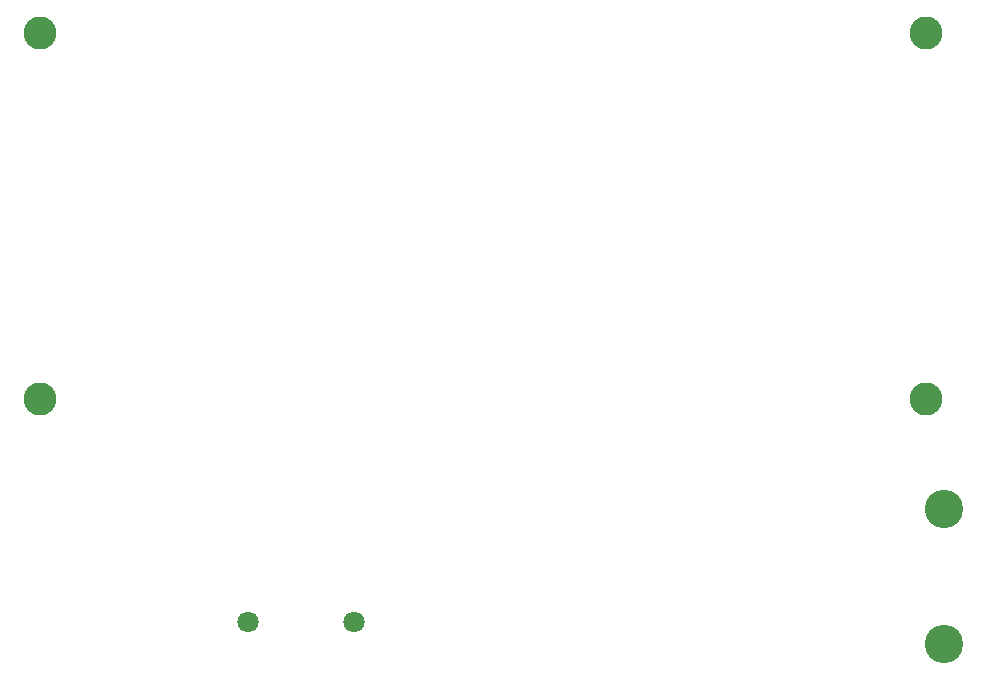
<source format=gbr>
%TF.GenerationSoftware,Altium Limited,Altium Designer,25.1.2 (22)*%
G04 Layer_Color=0*
%FSLAX45Y45*%
%MOMM*%
%TF.SameCoordinates,619A4647-45A5-4391-A3B6-217FFA113737*%
%TF.FilePolarity,Positive*%
%TF.FileFunction,NonPlated,1,2,NPTH,Drill*%
%TF.Part,Single*%
G01*
G75*
%TA.AperFunction,ComponentDrill*%
%ADD118C,2.80000*%
%ADD119C,1.80000*%
%ADD120C,3.25000*%
D118*
X1250000Y6477140D02*
D03*
Y3377140D02*
D03*
X8750000Y6477140D02*
D03*
Y3377140D02*
D03*
D119*
X3909000Y1488000D02*
D03*
X3009000D02*
D03*
D120*
X8907000Y2448140D02*
D03*
Y1305140D02*
D03*
%TF.MD5,aabb0520d5b6e60a16fb4d9da3f3a774*%
M02*

</source>
